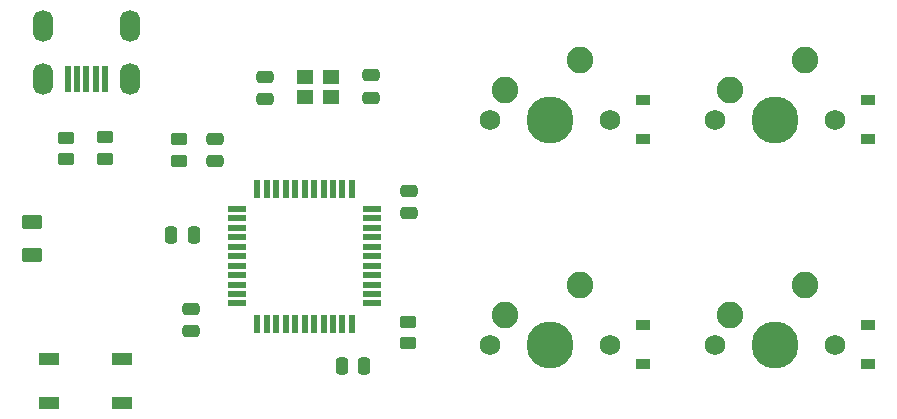
<source format=gbr>
%TF.GenerationSoftware,KiCad,Pcbnew,(6.0.9)*%
%TF.CreationDate,2022-11-11T17:54:53+11:00*%
%TF.ProjectId,Tomie2-Macro-Pad,546f6d69-6532-42d4-9d61-63726f2d5061,rev?*%
%TF.SameCoordinates,Original*%
%TF.FileFunction,Soldermask,Bot*%
%TF.FilePolarity,Negative*%
%FSLAX46Y46*%
G04 Gerber Fmt 4.6, Leading zero omitted, Abs format (unit mm)*
G04 Created by KiCad (PCBNEW (6.0.9)) date 2022-11-11 17:54:53*
%MOMM*%
%LPD*%
G01*
G04 APERTURE LIST*
G04 Aperture macros list*
%AMRoundRect*
0 Rectangle with rounded corners*
0 $1 Rounding radius*
0 $2 $3 $4 $5 $6 $7 $8 $9 X,Y pos of 4 corners*
0 Add a 4 corners polygon primitive as box body*
4,1,4,$2,$3,$4,$5,$6,$7,$8,$9,$2,$3,0*
0 Add four circle primitives for the rounded corners*
1,1,$1+$1,$2,$3*
1,1,$1+$1,$4,$5*
1,1,$1+$1,$6,$7*
1,1,$1+$1,$8,$9*
0 Add four rect primitives between the rounded corners*
20,1,$1+$1,$2,$3,$4,$5,0*
20,1,$1+$1,$4,$5,$6,$7,0*
20,1,$1+$1,$6,$7,$8,$9,0*
20,1,$1+$1,$8,$9,$2,$3,0*%
G04 Aperture macros list end*
%ADD10C,1.750000*%
%ADD11C,3.987800*%
%ADD12C,2.250000*%
%ADD13R,1.200000X0.900000*%
%ADD14RoundRect,0.250000X0.450000X-0.262500X0.450000X0.262500X-0.450000X0.262500X-0.450000X-0.262500X0*%
%ADD15RoundRect,0.250000X-0.475000X0.250000X-0.475000X-0.250000X0.475000X-0.250000X0.475000X0.250000X0*%
%ADD16R,1.800000X1.100000*%
%ADD17RoundRect,0.250000X0.475000X-0.250000X0.475000X0.250000X-0.475000X0.250000X-0.475000X-0.250000X0*%
%ADD18R,0.500000X2.250000*%
%ADD19O,1.700000X2.700000*%
%ADD20R,1.400000X1.200000*%
%ADD21RoundRect,0.250000X-0.450000X0.262500X-0.450000X-0.262500X0.450000X-0.262500X0.450000X0.262500X0*%
%ADD22RoundRect,0.250000X0.250000X0.475000X-0.250000X0.475000X-0.250000X-0.475000X0.250000X-0.475000X0*%
%ADD23R,1.500000X0.550000*%
%ADD24R,0.550000X1.500000*%
%ADD25RoundRect,0.250000X-0.625000X0.375000X-0.625000X-0.375000X0.625000X-0.375000X0.625000X0.375000X0*%
G04 APERTURE END LIST*
D10*
%TO.C,MX4*%
X113823750Y-117475000D03*
D11*
X108743750Y-117475000D03*
D10*
X103663750Y-117475000D03*
D12*
X104933750Y-114935000D03*
X111283750Y-112395000D03*
%TD*%
D10*
%TO.C,MX1*%
X84613750Y-98425000D03*
X94773750Y-98425000D03*
D11*
X89693750Y-98425000D03*
D12*
X85883750Y-95885000D03*
X92233750Y-93345000D03*
%TD*%
D10*
%TO.C,MX3*%
X84613750Y-117475000D03*
X94773750Y-117475000D03*
D11*
X89693750Y-117475000D03*
D12*
X85883750Y-114935000D03*
X92233750Y-112395000D03*
%TD*%
D10*
%TO.C,MX2*%
X103663750Y-98425000D03*
D11*
X108743750Y-98425000D03*
D10*
X113823750Y-98425000D03*
D12*
X104933750Y-95885000D03*
X111283750Y-93345000D03*
%TD*%
D13*
%TO.C,D1*%
X97631250Y-100075000D03*
X97631250Y-96775000D03*
%TD*%
D14*
%TO.C,R3*%
X48768000Y-101774000D03*
X48768000Y-99949000D03*
%TD*%
D15*
%TO.C,C1*%
X74576000Y-94659000D03*
X74576000Y-96559000D03*
%TD*%
D13*
%TO.C,D2*%
X116681250Y-100075000D03*
X116681250Y-96775000D03*
%TD*%
D16*
%TO.C,SW1*%
X47319000Y-122373000D03*
X53519000Y-118673000D03*
X47319000Y-118673000D03*
X53519000Y-122373000D03*
%TD*%
D13*
%TO.C,D4*%
X116681250Y-119125000D03*
X116681250Y-115825000D03*
%TD*%
D15*
%TO.C,C7*%
X59309000Y-114432000D03*
X59309000Y-116332000D03*
%TD*%
D17*
%TO.C,C5*%
X77787500Y-106362500D03*
X77787500Y-104462500D03*
%TD*%
D18*
%TO.C,USB1*%
X52081250Y-94987500D03*
X51281250Y-94987500D03*
X50481250Y-94987500D03*
X49681250Y-94987500D03*
X48881250Y-94987500D03*
D19*
X54131250Y-94987500D03*
X46831250Y-94987500D03*
X46831250Y-90487500D03*
X54131250Y-90487500D03*
%TD*%
D14*
%TO.C,R1*%
X58293000Y-101901000D03*
X58293000Y-100076000D03*
%TD*%
D20*
%TO.C,Y1*%
X71167500Y-96520000D03*
X68967500Y-96520000D03*
X68967500Y-94820000D03*
X71167500Y-94820000D03*
%TD*%
D21*
%TO.C,R4*%
X77724000Y-115546500D03*
X77724000Y-117371500D03*
%TD*%
D17*
%TO.C,C2*%
X65559000Y-96681000D03*
X65559000Y-94781000D03*
%TD*%
D14*
%TO.C,R2*%
X52070000Y-101718750D03*
X52070000Y-99893750D03*
%TD*%
D22*
%TO.C,C3*%
X59558000Y-108204000D03*
X57658000Y-108204000D03*
%TD*%
%TO.C,C6*%
X73977500Y-119255500D03*
X72077500Y-119255500D03*
%TD*%
D23*
%TO.C,U1*%
X63261000Y-113984500D03*
X63261000Y-113184500D03*
X63261000Y-112384500D03*
X63261000Y-111584500D03*
X63261000Y-110784500D03*
X63261000Y-109984500D03*
X63261000Y-109184500D03*
X63261000Y-108384500D03*
X63261000Y-107584500D03*
X63261000Y-106784500D03*
X63261000Y-105984500D03*
D24*
X64961000Y-104284500D03*
X65761000Y-104284500D03*
X66561000Y-104284500D03*
X67361000Y-104284500D03*
X68161000Y-104284500D03*
X68961000Y-104284500D03*
X69761000Y-104284500D03*
X70561000Y-104284500D03*
X71361000Y-104284500D03*
X72161000Y-104284500D03*
X72961000Y-104284500D03*
D23*
X74661000Y-105984500D03*
X74661000Y-106784500D03*
X74661000Y-107584500D03*
X74661000Y-108384500D03*
X74661000Y-109184500D03*
X74661000Y-109984500D03*
X74661000Y-110784500D03*
X74661000Y-111584500D03*
X74661000Y-112384500D03*
X74661000Y-113184500D03*
X74661000Y-113984500D03*
D24*
X72961000Y-115684500D03*
X72161000Y-115684500D03*
X71361000Y-115684500D03*
X70561000Y-115684500D03*
X69761000Y-115684500D03*
X68961000Y-115684500D03*
X68161000Y-115684500D03*
X67361000Y-115684500D03*
X66561000Y-115684500D03*
X65761000Y-115684500D03*
X64961000Y-115684500D03*
%TD*%
D13*
%TO.C,D3*%
X97631250Y-119125000D03*
X97631250Y-115825000D03*
%TD*%
D25*
%TO.C,F1*%
X45847000Y-107058000D03*
X45847000Y-109858000D03*
%TD*%
D17*
%TO.C,C4*%
X61341000Y-101938500D03*
X61341000Y-100038500D03*
%TD*%
M02*

</source>
